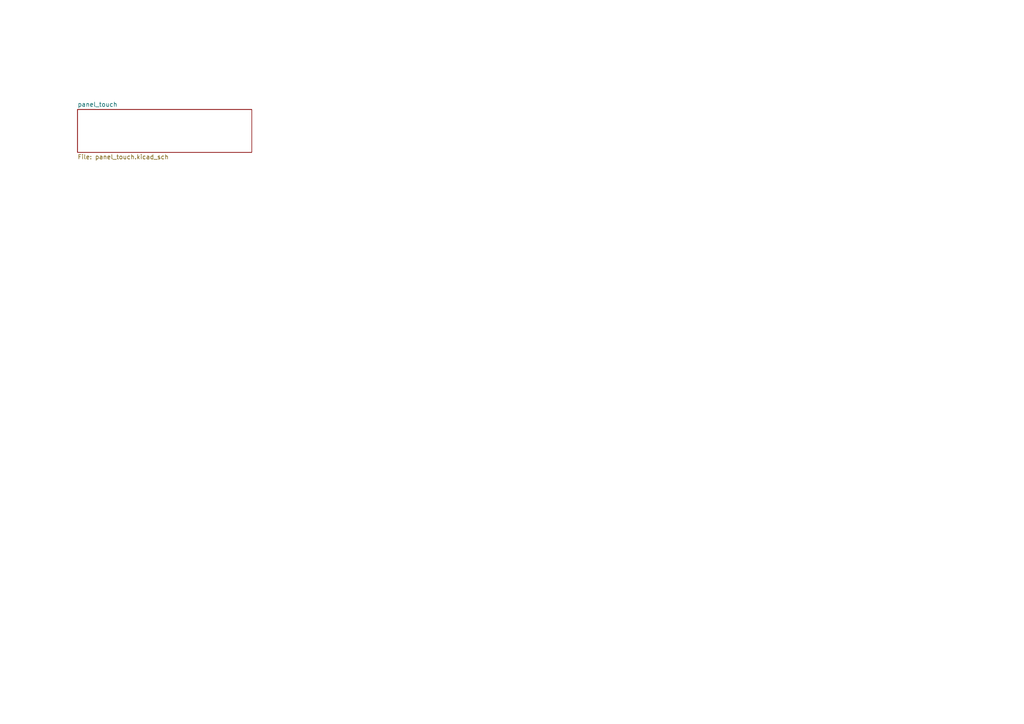
<source format=kicad_sch>
(kicad_sch (version 20211123) (generator eeschema)
  (paper "A4")
  (lib_symbols)
  (sheet (at 22.479 31.75) (size 50.546 12.446)
    (property "Sheet name" "panel_touch" (at 22.479 31.0384 0) (effects (justify left bottom)))
    (property "Sheet file" "panel_touch.kicad_sch" (at 22.479 44.7806 0) (effects (justify left top)))
  )
)
</source>
